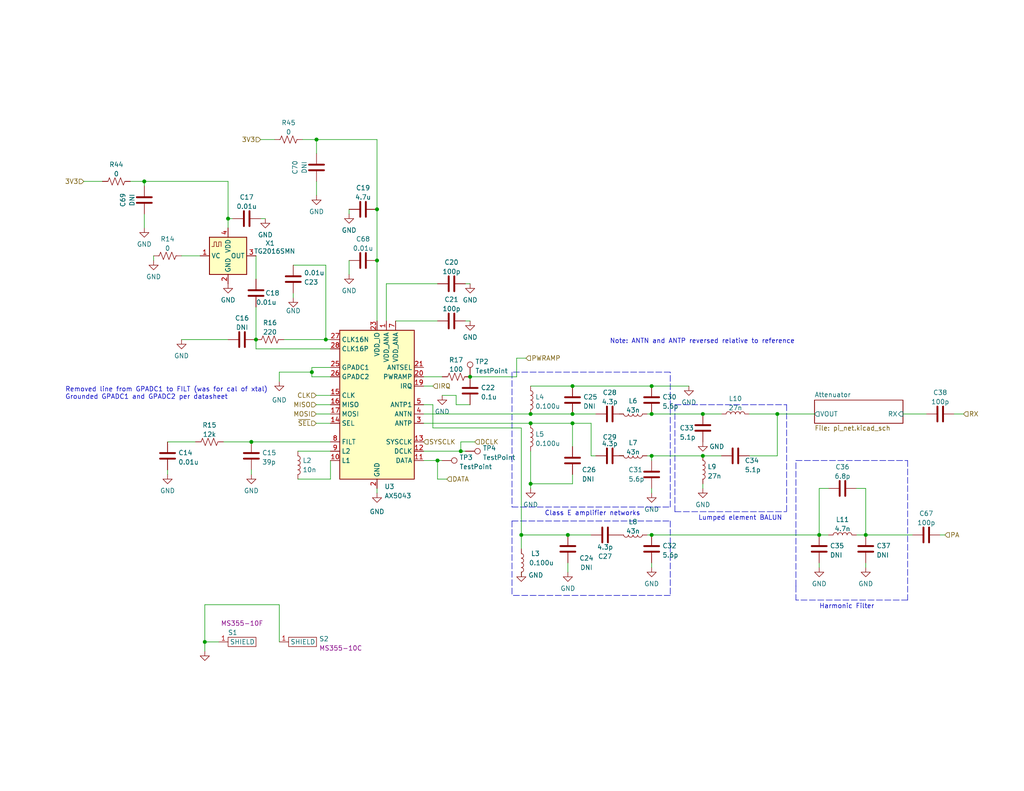
<source format=kicad_sch>
(kicad_sch (version 20231120) (generator "eeschema") (generator_version "8.0")
  (paper "USLetter")
  (title_block (title "Clone of AX5043 433 MHz Dev Board") (date "2022-06-20") (company "SilverSat Ltd.") (comment 1 "ToDo: Replace test points with header connections"))
  (junction (at 156.21 105.41))
  (junction (at 128.27 102.87))
  (junction (at 102.87 71.12))
  (junction (at 177.8 105.41))
  (junction (at 144.78 115.57))
  (junction (at 212.09 113.03))
  (junction (at 144.78 113.03))
  (junction (at 86.36 38.1))
  (junction (at 236.22 146.05))
  (junction (at 156.21 113.03))
  (junction (at 177.8 124.46))
  (junction (at 39.37 49.53))
  (junction (at 144.78 132.08))
  (junction (at 55.88 175.26))
  (junction (at 177.8 146.05))
  (junction (at 191.77 113.03))
  (junction (at 69.85 92.71))
  (junction (at 177.8 113.03))
  (junction (at 68.58 120.65))
  (junction (at 102.87 57.15))
  (junction (at 156.21 115.57))
  (junction (at 85.09 101.6))
  (junction (at 88.9 92.71))
  (junction (at 119.38 125.73))
  (junction (at 191.77 124.46))
  (junction (at 62.23 59.69))
  (junction (at 223.52 146.05))
  (junction (at 154.94 146.05))
  (junction (at 142.24 146.05))
  (junction (at 125.73 123.19))
  (wire (pts (xy 176.53 124.46) (xy 177.8 124.46)))
  (wire (pts (xy 49.53 69.85) (xy 54.61 69.85)))
  (wire (pts (xy 86.36 49.53) (xy 86.36 53.34)))
  (wire (pts (xy 80.01 81.28) (xy 80.01 80.01)))
  (wire (pts (xy 223.52 154.94) (xy 223.52 153.67)))
  (wire (pts (xy 191.77 113.03) (xy 196.85 113.03)))
  (polyline (pts (xy 214.63 110.49) (xy 214.63 139.7)) (stroke (width 0) (type dash)))
  (polyline (pts (xy 247.65 125.73) (xy 247.65 163.83)) (stroke (width 0) (type dash)))
  (wire (pts (xy 71.12 38.1) (xy 74.93 38.1)))
  (wire (pts (xy 144.78 113.03) (xy 156.21 113.03)))
  (wire (pts (xy 45.72 120.65) (xy 53.34 120.65)))
  (wire (pts (xy 90.17 130.81) (xy 81.28 130.81)))
  (wire (pts (xy 60.96 120.65) (xy 68.58 120.65)))
  (polyline (pts (xy 217.17 160.02) (xy 217.17 163.83)) (stroke (width 0) (type dash)))
  (wire (pts (xy 76.2 101.6) (xy 85.09 101.6)))
  (wire (pts (xy 236.22 146.05) (xy 236.22 133.35)))
  (polyline (pts (xy 182.88 162.56) (xy 139.7 162.56)) (stroke (width 0) (type dash)))
  (wire (pts (xy 154.94 146.05) (xy 142.24 146.05)))
  (wire (pts (xy 88.9 72.39) (xy 88.9 92.71)))
  (wire (pts (xy 177.8 125.73) (xy 177.8 124.46)))
  (polyline (pts (xy 182.88 138.43) (xy 182.88 101.6)) (stroke (width 0) (type dash)))
  (wire (pts (xy 176.53 146.05) (xy 177.8 146.05)))
  (wire (pts (xy 95.25 71.12) (xy 95.25 74.93)))
  (wire (pts (xy 204.47 113.03) (xy 212.09 113.03)))
  (wire (pts (xy 154.94 156.21) (xy 154.94 153.67)))
  (wire (pts (xy 118.11 116.84) (xy 142.24 116.84)))
  (wire (pts (xy 156.21 129.54) (xy 156.21 132.08)))
  (polyline (pts (xy 184.15 139.7) (xy 184.15 110.49)) (stroke (width 0) (type dash)))
  (wire (pts (xy 62.23 59.69) (xy 63.5 59.69)))
  (wire (pts (xy 22.86 49.53) (xy 27.94 49.53)))
  (wire (pts (xy 115.57 102.87) (xy 120.65 102.87)))
  (wire (pts (xy 177.8 113.03) (xy 191.77 113.03)))
  (wire (pts (xy 62.23 59.69) (xy 62.23 62.23)))
  (polyline (pts (xy 184.15 139.7) (xy 214.63 139.7)) (stroke (width 0) (type dash)))
  (wire (pts (xy 68.58 120.65) (xy 90.17 120.65)))
  (wire (pts (xy 161.29 115.57) (xy 161.29 124.46)))
  (wire (pts (xy 86.2886 115.57) (xy 90.17 115.57)))
  (wire (pts (xy 236.22 154.94) (xy 236.22 153.67)))
  (wire (pts (xy 128.27 110.49) (xy 124.46 110.49)))
  (wire (pts (xy 55.88 175.26) (xy 59.69 175.26)))
  (wire (pts (xy 115.57 113.03) (xy 144.78 113.03)))
  (wire (pts (xy 115.57 115.57) (xy 144.78 115.57)))
  (wire (pts (xy 86.36 38.1) (xy 86.36 41.91)))
  (wire (pts (xy 156.21 105.41) (xy 177.8 105.41)))
  (wire (pts (xy 86.2886 113.03) (xy 90.17 113.03)))
  (wire (pts (xy 55.88 165.1) (xy 55.88 175.26)))
  (wire (pts (xy 39.37 58.42) (xy 39.37 62.23)))
  (wire (pts (xy 177.8 146.05) (xy 223.52 146.05)))
  (wire (pts (xy 177.8 105.41) (xy 187.96 105.41)))
  (polyline (pts (xy 247.65 163.83) (xy 217.17 163.83)) (stroke (width 0) (type dash)))
  (wire (pts (xy 143.51 97.79) (xy 140.97 97.79)))
  (wire (pts (xy 144.78 105.41) (xy 156.21 105.41)))
  (wire (pts (xy 212.09 124.46) (xy 204.47 124.46)))
  (wire (pts (xy 102.87 38.1) (xy 86.36 38.1)))
  (wire (pts (xy 102.87 134.62) (xy 102.87 133.35)))
  (wire (pts (xy 144.78 132.08) (xy 144.78 133.35)))
  (wire (pts (xy 144.78 115.57) (xy 156.21 115.57)))
  (wire (pts (xy 142.24 156.21) (xy 142.24 157.48)))
  (wire (pts (xy 72.39 59.69) (xy 71.12 59.69)))
  (wire (pts (xy 80.01 72.39) (xy 88.9 72.39)))
  (wire (pts (xy 168.91 124.46) (xy 170.18 124.46)))
  (wire (pts (xy 102.87 38.1) (xy 102.87 57.15)))
  (polyline (pts (xy 139.7 138.43) (xy 182.88 138.43)) (stroke (width 0) (type dash)))
  (wire (pts (xy 124.46 110.49) (xy 124.46 107.95)))
  (wire (pts (xy 191.77 132.08) (xy 191.77 133.35)))
  (wire (pts (xy 77.47 92.71) (xy 88.9 92.71)))
  (wire (pts (xy 76.2 175.26) (xy 76.2 165.1)))
  (wire (pts (xy 121.92 130.81) (xy 119.38 130.81)))
  (wire (pts (xy 119.38 77.47) (xy 105.41 77.47)))
  (wire (pts (xy 102.87 71.12) (xy 102.87 87.63)))
  (wire (pts (xy 156.21 115.57) (xy 161.29 115.57)))
  (wire (pts (xy 85.09 101.6) (xy 85.09 102.87)))
  (wire (pts (xy 223.52 133.35) (xy 226.06 133.35)))
  (polyline (pts (xy 139.7 142.24) (xy 139.7 162.56)) (stroke (width 0) (type dash)))
  (wire (pts (xy 144.78 123.19) (xy 144.78 132.08)))
  (wire (pts (xy 107.95 87.63) (xy 119.38 87.63)))
  (polyline (pts (xy 217.17 160.02) (xy 217.17 125.73)) (stroke (width 0) (type dash)))
  (wire (pts (xy 246.38 113.03) (xy 252.73 113.03)))
  (wire (pts (xy 128.27 87.63) (xy 127 87.63)))
  (wire (pts (xy 142.24 116.84) (xy 142.24 146.05)))
  (wire (pts (xy 144.78 132.08) (xy 156.21 132.08)))
  (wire (pts (xy 95.25 58.42) (xy 95.25 57.15)))
  (wire (pts (xy 118.11 105.41) (xy 115.57 105.41)))
  (wire (pts (xy 226.06 146.05) (xy 223.52 146.05)))
  (wire (pts (xy 119.38 125.73) (xy 115.57 125.73)))
  (wire (pts (xy 76.2 104.14) (xy 76.2 101.6)))
  (wire (pts (xy 102.87 57.15) (xy 102.87 71.12)))
  (wire (pts (xy 177.8 134.62) (xy 177.8 133.35)))
  (wire (pts (xy 90.17 100.33) (xy 85.09 100.33)))
  (wire (pts (xy 69.85 95.25) (xy 90.17 95.25)))
  (wire (pts (xy 86.2886 110.49) (xy 90.17 110.49)))
  (wire (pts (xy 118.11 110.49) (xy 115.57 110.49)))
  (wire (pts (xy 142.24 149.86) (xy 142.24 146.05)))
  (wire (pts (xy 45.72 129.54) (xy 45.72 128.27)))
  (wire (pts (xy 120.65 125.73) (xy 119.38 125.73)))
  (wire (pts (xy 161.29 124.46) (xy 162.56 124.46)))
  (polyline (pts (xy 182.88 142.24) (xy 182.88 162.56)) (stroke (width 0) (type dash)))
  (wire (pts (xy 212.09 113.03) (xy 222.25 113.03)))
  (wire (pts (xy 212.09 113.03) (xy 212.09 124.46)))
  (wire (pts (xy 105.41 77.47) (xy 105.41 87.63)))
  (polyline (pts (xy 139.7 101.6) (xy 139.7 138.43)) (stroke (width 0) (type dash)))
  (wire (pts (xy 177.8 124.46) (xy 191.77 124.46)))
  (wire (pts (xy 88.9 92.71) (xy 90.17 92.71)))
  (wire (pts (xy 81.28 123.19) (xy 90.17 123.19)))
  (wire (pts (xy 118.11 116.84) (xy 118.11 110.49)))
  (wire (pts (xy 191.77 124.46) (xy 196.85 124.46)))
  (wire (pts (xy 140.97 102.87) (xy 128.27 102.87)))
  (wire (pts (xy 127 123.19) (xy 125.73 123.19)))
  (polyline (pts (xy 217.17 125.73) (xy 247.65 125.73)) (stroke (width 0) (type dash)))
  (wire (pts (xy 119.38 130.81) (xy 119.38 125.73)))
  (polyline (pts (xy 184.15 110.49) (xy 214.63 110.49)) (stroke (width 0) (type dash)))
  (wire (pts (xy 69.85 69.85) (xy 69.85 76.2)))
  (wire (pts (xy 62.23 49.53) (xy 62.23 59.69)))
  (wire (pts (xy 62.23 49.53) (xy 39.37 49.53)))
  (wire (pts (xy 41.91 71.12) (xy 41.91 69.85)))
  (wire (pts (xy 256.54 146.05) (xy 257.81 146.05)))
  (wire (pts (xy 129.54 120.65) (xy 125.73 120.65)))
  (wire (pts (xy 223.52 133.35) (xy 223.52 146.05)))
  (wire (pts (xy 39.37 50.8) (xy 39.37 49.53)))
  (wire (pts (xy 177.8 113.03) (xy 176.53 113.03)))
  (wire (pts (xy 156.21 113.03) (xy 162.56 113.03)))
  (wire (pts (xy 125.73 123.19) (xy 115.57 123.19)))
  (wire (pts (xy 236.22 146.05) (xy 233.68 146.05)))
  (wire (pts (xy 86.2886 107.95) (xy 90.17 107.95)))
  (wire (pts (xy 76.2 165.1) (xy 55.88 165.1)))
  (wire (pts (xy 85.09 102.87) (xy 90.17 102.87)))
  (wire (pts (xy 140.97 97.79) (xy 140.97 102.87)))
  (wire (pts (xy 49.53 92.71) (xy 62.23 92.71)))
  (wire (pts (xy 68.58 129.54) (xy 68.58 128.27)))
  (polyline (pts (xy 182.88 101.6) (xy 139.7 101.6)) (stroke (width 0) (type dash)))
  (wire (pts (xy 69.85 92.71) (xy 69.85 95.25)))
  (wire (pts (xy 156.21 121.92) (xy 156.21 115.57)))
  (wire (pts (xy 154.94 146.05) (xy 161.29 146.05)))
  (wire (pts (xy 177.8 154.94) (xy 177.8 153.67)))
  (wire (pts (xy 168.91 113.03) (xy 170.18 113.03)))
  (wire (pts (xy 125.73 120.65) (xy 125.73 123.19)))
  (wire (pts (xy 39.37 49.53) (xy 35.56 49.53)))
  (wire (pts (xy 90.17 125.73) (xy 90.17 130.81)))
  (wire (pts (xy 55.88 177.8) (xy 55.88 175.26)))
  (wire (pts (xy 260.35 113.03) (xy 262.89 113.03)))
  (wire (pts (xy 128.27 77.47) (xy 127 77.47)))
  (wire (pts (xy 236.22 133.35) (xy 233.68 133.35)))
  (wire (pts (xy 124.46 107.95) (xy 120.65 107.95)))
  (wire (pts (xy 236.22 146.05) (xy 248.92 146.05)))
  (polyline (pts (xy 139.7 142.24) (xy 182.88 142.24)) (stroke (width 0) (type dash)))
  (wire (pts (xy 85.09 100.33) (xy 85.09 101.6)))
  (wire (pts (xy 69.85 83.82) (xy 69.85 92.71)))
  (wire (pts (xy 86.36 38.1) (xy 82.55 38.1)))
  (text "Note: ANTN and ANTP reversed relative to reference\n" (at 166.37 93.98 0) (effects (font (size 1.27 1.27)) (justify left bottom)))
  (text "Removed line from GPADC1 to FILT (was for cal of xtal)\nGrounded GPADC1 and GPADC2 per datasheet" (at 17.78 109.22 0) (effects (font (size 1.27 1.27)) (justify left bottom)))
  (text "Harmonic Filter" (at 223.52 166.37 0) (effects (font (size 1.27 1.27)) (justify left bottom)))
  (text "Class E amplifier networks\n" (at 148.59 140.97 0) (effects (font (size 1.27 1.27)) (justify left bottom)))
  (text "Lumped element BALUN" (at 190.5 142.24 0) (effects (font (size 1.27 1.27)) (justify left bottom)))
  (hierarchical_label "CLK" (shape input) (at 86.2886 107.95 180))
  (hierarchical_label "3V3" (shape input) (at 71.12 38.1 180))
  (hierarchical_label "MOSI" (shape input) (at 86.2886 113.03 180))
  (hierarchical_label "IRQ" (shape input) (at 118.11 105.41 0))
  (hierarchical_label "MISO" (shape input) (at 86.2886 110.49 180))
  (hierarchical_label "DCLK" (shape input) (at 129.54 120.65 0))
  (hierarchical_label "PA" (shape input) (at 257.81 146.05 0))
  (hierarchical_label "3V3" (shape input) (at 22.86 49.53 180))
  (hierarchical_label "SYSCLK" (shape input) (at 115.57 120.65 0))
  (hierarchical_label "DATA" (shape input) (at 121.92 130.81 0))
  (hierarchical_label "RX" (shape input) (at 262.89 113.03 0))
  (hierarchical_label "PWRAMP" (shape input) (at 143.51 97.79 0))
  (hierarchical_label "~{SEL}" (shape input) (at 86.2886 115.57 180))
  (symbol (lib_id "Device:C") (at 236.22 149.86 0) (unit 1)
    (property "Reference" "C37" (at 239.141 149.0253 0) (effects (justify left)))
    (property "Value" "DNI" (at 239.141 151.5622 0) (effects (justify left)))
    (property "Footprint" "Capacitor_SMD:C_0402_1005Metric" (effects (hide yes)))
    (property "DNP" "DNP" (effects (hide yes)))
  )
  (symbol (lib_id "power:GND") (at 102.87 134.62 0) (unit 1)
    (property "Reference" "#PWR052" (effects (hide yes)))
    (property "Value" "GND" (at 102.87 139.7 0))
  )
  (symbol (lib_id "Device:C") (at 123.19 77.47 90) (unit 1)
    (property "Reference" "C20" (at 123.19 71.6112 90))
    (property "Value" "100p" (at 123.19 74.1481 90))
    (property "Footprint" "Capacitor_SMD:C_0603_1608Metric" (effects (hide yes)))
    (property "Datasheet" "${KIPRJMOD}/Datasheets/KyoceraAVX_AutoMLCC.pdf" (effects (hide yes)))
    (property "Description" "Multilayer Ceramic Capacitors MLCC - SMD/SMT 100V 100pF C0G 0603 1% AEC-Q200 (Mouser Product Page)" (effects (hide yes)))
    (property "Height" "0.9" (effects (hide yes)))
    (property "MPN" "06031A101F4T2A " (effects (hide yes)))
    (property "Manufacturer" "AVX" (effects (hide yes)))
    (property "Mouser Part Number" "581-06031A101F4T2A " (effects (hide yes)))
    (property "Mouser Price/Stock" "https://www.mouser.com/ProductDetail/Kyocera-AVX/06031A101F4T2A?qs=xLQ2B4dN2oYQ2lAiFQlq2w%3D%3D" (effects (hide yes)))
  )
  (symbol (lib_id "Device:C") (at 156.21 125.73 0) (unit 1)
    (property "Reference" "C26" (at 158.75 128.27 0) (effects (justify left)))
    (property "Value" "DNI" (at 158.75 130.81 0) (effects (justify left)))
    (property "Footprint" "Capacitor_SMD:C_0402_1005Metric" (effects (hide yes)))
    (property "DNP" "DNP" (effects (hide yes)))
  )
  (symbol (lib_id "Device:L") (at 229.87 146.05 90) (unit 1)
    (property "Reference" "L11" (at 229.87 141.8422 90))
    (property "Value" "4.7n" (at 229.87 144.3791 90))
    (property "Footprint" "Inductor_SMD:L_0402_1005Metric" (effects (hide yes)))
    (property "Datasheet" "${KIPRJMOD}/Datasheets/0402dc-1669948.pdf" (effects (hide yes)))
    (property "Description" "AEC-Q200 Ceramic Inductor, Unshielded" (effects (hide yes)))
    (property "Height" "0.65" (effects (hide yes)))
    (property "MPN" "0402DC-4N7XGRW" (effects (hide yes)))
    (property "Manufacturer" "Coilcraft" (effects (hide yes)))
    (property "Manufacturer_Part_Number" "0402DC-4N7XGRW" (effects (hide yes)))
    (property "Mouser Part Number" "994-0402DC-4N7XGRW" (effects (hide yes)))
    (property "Mouser Price/Stock" "https://www.mouser.com/ProductDetail/Coilcraft/0402DC-4N7XGRW?qs=wnTfsH77Xs66A3ZheOdpJw%3D%3D" (effects (hide yes)))
    (property "Part_Number" "0402DC-4N7XGRW" (effects (hide yes)))
    (property "Manufacturer_Name" "Coilcraft" (effects (hide yes)))
  )
  (symbol (lib_id "Device:C") (at 39.37 54.61 180) (unit 1)
    (property "Reference" "C69" (at 33.5112 54.61 90))
    (property "Value" "DNI" (at 36.0481 54.61 90))
    (property "Footprint" "Capacitor_SMD:C_0402_1005Metric" (effects (hide yes)))
    (property "DNP" "DNP" (effects (hide yes)))
  )
  (symbol (lib_id "Device:C") (at 165.1 146.05 90) (mirror x) (unit 1)
    (property "Reference" "C27" (at 165.1 151.9088 90))
    (property "Value" "4.3p" (at 165.1 149.3719 90))
    (property "Footprint" "Capacitor_SMD:C_0402_1005Metric" (effects (hide yes)))
    (property "Datasheet" "${KIPRJMOD}/Datasheets/KyoceraAVX_AutoMLCC.pdf" (effects (hide yes)))
    (property "Description" "0402 4.3pF MLCC" (effects (hide yes)))
    (property "Height" "0.6" (effects (hide yes)))
    (property "MPN" "GCM1555C1H4R3BA16D" (effects (hide yes)))
    (property "Manufacturer" "Murata" (effects (hide yes)))
    (property "Manufacturer_Name" "AVX" (effects (hide yes)))
    (property "Manufacturer_Part_Number" "04023A4R7B4T2A" (effects (hide yes)))
    (property "Mouser Part Number" "581-04023A4R7B4T2A" (effects (hide yes)))
    (property "Mouser Price/Stock" "https://www.mouser.com/c/?q=04023A4R7B4T2A" (effects (hide yes)))
    (property "Part_Number" "04023A4R7B4T2A" (effects (hide yes)))
  )
  (symbol (lib_id "Device:C") (at 166.37 113.03 90) (unit 1)
    (property "Reference" "C28" (at 166.37 107.1712 90))
    (property "Value" "4.3p" (at 166.37 109.7081 90))
    (property "Footprint" "Capacitor_SMD:C_0402_1005Metric" (effects (hide yes)))
    (property "Datasheet" "${KIPRJMOD}/Datasheets/KyoceraAVX_AutoMLCC.pdf" (effects (hide yes)))
    (property "Description" "0402 4.3pF MLCC" (effects (hide yes)))
    (property "Height" "0.6" (effects (hide yes)))
    (property "MPN" "GCM1555C1H4R3BA16D" (effects (hide yes)))
    (property "Manufacturer" "Murata" (effects (hide yes)))
    (property "Manufacturer_Name" "AVX" (effects (hide yes)))
    (property "Manufacturer_Part_Number" "04023A4R7B4T2A" (effects (hide yes)))
    (property "Mouser Part Number" "581-04023A4R7B4T2A" (effects (hide yes)))
    (property "Mouser Price/Stock" "https://www.mouser.com/c/?q=04023A4R7B4T2A" (effects (hide yes)))
    (property "Part_Number" "04023A4R7B4T2A" (effects (hide yes)))
  )
  (symbol (lib_id "Device:C") (at 99.06 57.15 90) (unit 1)
    (property "Reference" "C19" (at 99.06 51.2912 90))
    (property "Value" "4.7u" (at 99.06 53.8281 90))
    (property "Footprint" "Capacitor_SMD:C_1210_3225Metric" (effects (hide yes)))
    (property "Datasheet" "${KIPRJMOD}/Datasheets/KyoceraAVX_AutoMLCC.pdf" (effects (hide yes)))
    (property "Description" "1206 4.7uF MLCC" (effects (hide yes)))
    (property "Height" "1.78" (effects (hide yes)))
    (property "MPN" "GRT188C81C475KE13D" (effects (hide yes)))
    (property "Manufacturer" "Murata" (effects (hide yes)))
    (property "Manufacturer_Name" "AVX" (effects (hide yes)))
    (property "Manufacturer_Part_Number" "12065C475K4Z2A" (effects (hide yes)))
    (property "Mouser Part Number" "581-12065C475K4Z2A" (effects (hide yes)))
    (property "Mouser Price/Stock" "https://www.mouser.com/ProductDetail/Kyocera-AVX/12065C475K4Z2A?qs=AQlKX63v8RvvrmQFAjsYkg%3D%3D" (effects (hide yes)))
    (property "Part_Number" "12065C475K4Z2A" (effects (hide yes)))
  )
  (symbol (lib_id "power:GND") (at 95.25 58.42 0) (unit 1)
    (property "Reference" "#PWR051" (effects (hide yes)))
    (property "Value" "GND" (at 95.25 62.8634 0))
  )
  (symbol (lib_id "power:GND") (at 128.27 87.63 0) (unit 1)
    (property "Reference" "#PWR055" (effects (hide yes)))
    (property "Value" "GND" (at 128.27 92.0734 0))
  )
  (symbol (lib_id "Device:L") (at 144.78 109.22 0) (unit 1)
    (property "Reference" "L4" (at 146.05 108.3853 0) (effects (justify left)))
    (property "Value" "0.100u" (at 146.05 110.9222 0) (effects (justify left)))
    (property "Footprint" "Inductor_SMD:L_0402_1005Metric" (effects (hide yes)))
    (property "Datasheet" "${KIPRJMOD}/Datasheets/0402dc-1669948.pdf" (effects (hide yes)))
    (property "Description" "AEC-Q200 Ceramic Inductor, Unshielded" (effects (hide yes)))
    (property "Manufacturer" "Coilcraft" (effects (hide yes)))
    (property "Height" "0.65" (effects (hide yes)))
    (property "MPN" "0402DC-R10XJRW" (effects (hide yes)))
    (property "Manufacturer_Part_Number" "0402DC-R10XJRW" (effects (hide yes)))
    (property "Mouser Part Number" "994-0402DC-R10XJRW" (effects (hide yes)))
    (property "Mouser Price/Stock" "https://www.mouser.com/ProductDetail/Coilcraft/0402DC-R10XJRW?qs=wnTfsH77Xs6mHLPbAeR6mA%3D%3D" (effects (hide yes)))
    (property "Part_Number" "0402DC-R10XJRW" (effects (hide yes)))
    (property "Manufacturer_Name" "Coilcraft" (effects (hide yes)))
  )
  (symbol (lib_id "Device:C") (at 154.94 149.86 0) (mirror x) (unit 1)
    (property "Reference" "C24" (at 160.02 152.4 0))
    (property "Value" "DNI" (at 160.02 154.94 0))
    (property "Footprint" "Capacitor_SMD:C_0402_1005Metric" (effects (hide yes)))
    (property "DNP" "DNP" (effects (hide yes)))
  )
  (symbol (lib_id "power:GND") (at 95.25 74.93 0) (unit 1)
    (property "Reference" "#PWR026" (effects (hide yes)))
    (property "Value" "GND" (at 95.25 79.3734 0))
  )
  (symbol (lib_id "power:GND") (at 86.36 53.34 0) (unit 1)
    (property "Reference" "#PWR087" (effects (hide yes)))
    (property "Value" "GND" (at 86.36 57.7834 0))
  )
  (symbol (lib_id "Device:C") (at 256.54 113.03 90) (unit 1)
    (property "Reference" "C38" (at 256.54 107.1712 90))
    (property "Value" "100p" (at 256.54 109.7081 90))
    (property "Footprint" "Capacitor_SMD:C_0402_1005Metric" (effects (hide yes)))
    (property "Datasheet" "${KIPRJMOD}/Datasheets/KyoceraAVX_AutoMLCC.pdf" (effects (hide yes)))
    (property "Description" "0402 100pF MLCC" (effects (hide yes)))
    (property "Height" "0.59" (effects (hide yes)))
    (property "MPN" "GCM1555C1H101FA16J" (effects (hide yes)))
    (property "Manufacturer" "Murata" (effects (hide yes)))
    (property "Mouser Part Number" "581-04025A101K4T2A " (effects (hide yes)))
    (property "Mouser Price/Stock" "https://www.mouser.com/ProductDetail/Kyocera-AVX/04025A101K4T2A?qs=ljCeji4nMDk15kPHO8PnaQ%3D%3D" (effects (hide yes)))
  )
  (symbol (lib_id "power:GND") (at 128.27 77.47 0) (unit 1)
    (property "Reference" "#PWR054" (effects (hide yes)))
    (property "Value" "GND" (at 128.27 81.9134 0))
  )
  (symbol (lib_id "Device:C") (at 67.31 59.69 90) (unit 1)
    (property "Reference" "C17" (at 67.31 53.8312 90))
    (property "Value" "0.01u" (at 67.31 56.3681 90))
    (property "Footprint" "Capacitor_SMD:C_0603_1608Metric" (effects (hide yes)))
    (property "Datasheet" "https://spicat.kyocera-avx.com/product/mlcc/chartview/06033C103J4Z2A/DataSheet/X7R" (effects (hide yes)))
    (property "Description" "1×10¹nF (0.01µF) ±5% X7R 25V C" (effects (hide yes)))
    (property "Height" "0.9" (effects (hide yes)))
    (property "Manufacturer" "AVX" (effects (hide yes)))
    (property "Manufacturer_Name" "AVX" (effects (hide yes)))
    (property "Manufacturer_Part_Number" "06033C103J4Z2A" (effects (hide yes)))
    (property "Mouser Part Number" "581-06033C103J4Z2A" (effects (hide yes)))
    (property "Mouser Price/Stock" "https://www.mouser.com/ProductDetail/Kyocera-AVX/06033C103J4Z2A?qs=XLNwXgtzMM8W%2F92Bo5r3rg%3D%3D" (effects (hide yes)))
    (property "Part_Number" "06033C103J4Z2A" (effects (hide yes)))
    (property "MPN" "06033C103J4Z2A" (effects (hide yes)))
  )
  (symbol (lib_id "Device:C") (at 128.27 106.68 0) (unit 1)
    (property "Reference" "C22" (at 131.191 105.8453 0) (effects (justify left)))
    (property "Value" "0.1u" (at 131.191 108.3822 0) (effects (justify left)))
    (property "Footprint" "Capacitor_SMD:C_0603_1608Metric" (effects (hide yes)))
    (property "Datasheet" "${KIPRJMOD}/Datasheets/KyoceraAVX_AutoMLCC.pdf" (effects (hide yes)))
    (property "MPN" "06031C104K4Z2A" (effects (hide yes)))
    (property "Manufacturer" "AVX" (effects (hide yes)))
  )
  (symbol (lib_id "power:GND") (at 177.8 134.62 0) (unit 1)
    (property "Reference" "#PWR060" (effects (hide yes)))
    (property "Value" "GND" (at 177.8 139.0634 0))
  )
  (symbol (lib_id "Device:C") (at 66.04 92.71 90) (unit 1)
    (property "Reference" "C16" (at 66.04 86.8512 90))
    (property "Value" "DNI" (at 66.04 89.3881 90))
    (property "Footprint" "Capacitor_SMD:C_0402_1005Metric" (effects (hide yes)))
    (property "DNP" "DNP" (effects (hide yes)))
  )
  (symbol (lib_id "power:GND") (at 154.94 156.21 0) (mirror y) (unit 1)
    (property "Reference" "#PWR059" (effects (hide yes)))
    (property "Value" "GND" (at 154.94 160.6534 0))
  )
  (symbol (lib_id "Device:R_US") (at 78.74 38.1 90) (unit 1)
    (property "Reference" "R45" (at 78.74 33.5112 90))
    (property "Value" "0" (at 78.74 36.0481 90))
    (property "Footprint" "Resistor_SMD:R_0402_1005Metric" (effects (hide yes)))
    (property "Datasheet" "ERJ-H2G0R00X" (effects (hide yes)))
    (property "Description" "“Thick Film Resistors - SMD 0402 0Ohm AEC-Q200” (Mouser Electronics “ERJ-H2G0R00X”. 2022. https://www.mouser.com/ProductDetail/Panasonic/ERJ-H2G0R00X?qs=eP2BKZSCXI6wQjFmf3rUSA%3D%3D. Accessed 20 June 2022)" (effects (hide yes)))
    (property "Manufacturer" "Panasonic" (effects (hide yes)))
    (property "Manufacturer_Name" "Panasonic" (effects (hide yes)))
    (property "Height" "0.35" (effects (hide yes)))
    (property "MPN" "ERJ-2GE0R00X" (effects (hide yes)))
    (property "Mouser Part Number" "667-ERJ-H2G0R00X" (effects (hide yes)))
    (property "Mouser Price/Stock" "https://www.mouser.com/ProductDetail/Panasonic/ERJ-H2G0R00X?qs=eP2BKZSCXI6wQjFmf3rUSA%3D%3D" (effects (hide yes)))
  )
  (symbol (lib_id "power:GND") (at 76.2 104.14 0) (unit 1)
    (property "Reference" "#PWR049" (effects (hide yes)))
    (property "Value" "GND" (at 76.2 109.22 0))
  )
  (symbol (lib_id "Device:L") (at 200.66 113.03 90) (unit 1)
    (property "Reference" "L10" (at 200.66 108.8222 90))
    (property "Value" "27n" (at 200.66 111.3591 90))
    (property "Footprint" "Inductor_SMD:L_0402_1005Metric" (effects (hide yes)))
    (property "Datasheet" "${KIPRJMOD}/Datasheets/0402dc-1669948.pdf" (effects (hide yes)))
    (property "Description" "AEC-Q200 Ceramic Inductor, Unshielded" (effects (hide yes)))
    (property "Manufacturer" "Coilcraft" (effects (hide yes)))
    (property "Height" "0.65" (effects (hide yes)))
    (property "MPN" "0402DC-27NXGRW" (effects (hide yes)))
    (property "Manufacturer_Part_Number" "0402DC-27NXGRW" (effects (hide yes)))
    (property "Mouser Part Number" "994-0402DC-27NXGRW" (effects (hide yes)))
    (property "Mouser Price/Stock" "https://www.mouser.com/ProductDetail/Coilcraft/0402DC-27NXGRW?qs=wnTfsH77Xs5T9zdEtpuFtQ%3D%3D" (effects (hide yes)))
    (property "Part_Number" "0402DC-27NXGRW" (effects (hide yes)))
    (property "Manufacturer_Name" "Coilcraft" (effects (hide yes)))
  )
  (symbol (lib_id "Device:C") (at 177.8 129.54 0) (unit 1)
    (property "Reference" "C31" (at 171.45 128.2731 0) (effects (justify left)))
    (property "Value" "5.6p" (at 171.45 130.81 0) (effects (justify left)))
    (property "Footprint" "Capacitor_SMD:C_0402_1005Metric" (effects (hide yes)))
    (property "Datasheet" "https://www.mouser.com/datasheet/2/40/AutoU_Series-777072.pdf" (effects (hide yes)))
    (property "Description" "0402 5.6pF MLCC" (effects (hide yes)))
    (property "Height" "0.6" (effects (hide yes)))
    (property "MPN" "04025U5R6B4T2A" (effects (hide yes)))
    (property "Manufacturer" "AVX" (effects (hide yes)))
    (property "Manufacturer_Name" "AVX" (effects (hide yes)))
    (property "Manufacturer_Part_Number" "04025U5R6B4T2A" (effects (hide yes)))
    (property "Mouser Part Number" "581-04025U5R6B4T2A" (effects (hide yes)))
    (property "Mouser Price/Stock" "https://www.mouser.com/ProductDetail/Kyocera-AVX/04025U5R6B4T2A?qs=FWJVCb1SvGPWkU%252BzPw1lTA%3D%3D" (effects (hide yes)))
    (property "Part_Number" "04025U5R6B4T2A" (effects (hide yes)))
  )
  (symbol (lib_id "SilverSat_symbols:TG2016SMN") (at 62.23 69.85 0) (unit 1)
    (property "Reference" "X1" (at 73.6849 66.3916 0))
    (property "Value" "TG2016SMN" (at 74.93 68.58 0))
    (property "Footprint" "Crystal:Crystal_SMD_2016-4Pin_2.0x1.6mm" (effects (hide yes)))
    (property "Datasheet" "${KIPRJMOD}/Datasheets/TG2016SMN_en-2584166.pdf" (effects (hide yes)))
    (property "Description" "48 MHz Automotive Rated TCXO" (effects (hide yes)))
    (property "Height" "0.73" (effects (hide yes)))
    (property "MPN" "TG2016SMN 48.0000M-ECGNNM0" (effects (hide yes)))
    (property "Manufacturer" "Seiko Epson Corporation" (effects (hide yes)))
    (property "Manufacturer_Name" "Seiko Epson Corporation" (effects (hide yes)))
    (property "Manufacturer_Part_Number" "TG2016SMN 48.0000M-ECGNNM0" (effects (hide yes)))
    (property "Mouser_Part_Number" "732-2016SMN48ECGNNM0" (effects (hide yes)))
    (property "Mouser Price/Stock" "https://www.mouser.com/ProductDetail/Epson-Timing/TG2016SMN-48.0000M-ECGNNM0?qs=4qgZ1GHix0VObPtGKCgbDg%3D%3D" (effects (hide yes)))
    (property "Part_Number" "TG2016SMN" (effects (hide yes)))
  )
  (symbol (lib_id "power:GND") (at 39.37 62.23 0) (unit 1)
    (property "Reference" "#PWR039" (effects (hide yes)))
    (property "Value" "GND" (at 39.37 66.6734 0))
  )
  (symbol (lib_id "Device:C") (at 99.06 71.12 90) (unit 1)
    (property "Reference" "C68" (at 99.06 65.2612 90))
    (property "Value" "0.01u" (at 99.06 67.7981 90))
    (property "Footprint" "Capacitor_SMD:C_0603_1608Metric" (effects (hide yes)))
    (property "Datasheet" "https://spicat.kyocera-avx.com/product/mlcc/chartview/06033C103J4Z2A/DataSheet/X7R" (effects (hide yes)))
    (property "Description" "1×10¹nF (0.01µF) ±5% X7R 25V C" (effects (hide yes)))
    (property "Height" "0.9" (effects (hide yes)))
    (property "Manufacturer" "AVX" (effects (hide yes)))
    (property "Manufacturer_Name" "AVX" (effects (hide yes)))
    (property "Manufacturer_Part_Number" "06033C103J4Z2A" (effects (hide yes)))
    (property "Mouser Part Number" "581-06033C103J4Z2A" (effects (hide yes)))
    (property "Mouser Price/Stock" "https://www.mouser.com/ProductDetail/Kyocera-AVX/06033C103J4Z2A?qs=XLNwXgtzMM8W%2F92Bo5r3rg%3D%3D" (effects (hide yes)))
    (property "Part_Number" "06033C103J4Z2A" (effects (hide yes)))
    (property "MPN" "06033C103J4Z2A" (effects (hide yes)))
  )
  (symbol (lib_id "power:GND") (at 120.65 107.95 0) (unit 1)
    (property "Reference" "#PWR053" (effects (hide yes)))
    (property "Value" "GND" (at 120.65 112.3934 0))
  )
  (symbol (lib_id "Connector:TestPoint") (at 128.27 102.87 0) (unit 1) (in_bom no)
    (property "Reference" "TP2" (at 129.667 98.7333 0) (effects (justify left)))
    (property "Value" "TestPoint" (at 129.667 101.2702 0) (effects (justify left)))
    (property "Footprint" "TestPoint:TestPoint_Pad_D1.0mm" (effects (hide yes)))
    (property "DNP" "DNP" (effects (hide yes)))
  )
  (symbol (lib_id "Connector:TestPoint") (at 127 123.19 270) (unit 1) (in_bom no)
    (property "Reference" "TP4" (at 131.699 122.3553 90) (effects (justify left)))
    (property "Value" "TestPoint" (at 131.699 124.8922 90) (effects (justify left)))
    (property "Footprint" "TestPoint:TestPoint_Pad_D1.0mm" (effects (hide yes)))
    (property "DNP" "DNP" (effects (hide yes)))
  )
  (symbol (lib_id "power:GND") (at 187.96 105.41 0) (mirror y) (unit 1)
    (property "Reference" "#PWR062" (effects (hide yes)))
    (property "Value" "GND" (at 187.96 109.8534 0))
  )
  (symbol (lib_id "Silversat:MS353-10C_Masach_Shield") (at 59.69 175.26 0) (unit 1)
    (property "Reference" "S1" (at 63.5 172.72 0))
    (property "Value" "MS353-10C_Masach_Shield" (effects (hide yes)))
    (property "Datasheet" "https://www.masach.com/media/catalog/product/file/MS355-10.pdf" (effects (hide yes)))
    (property "MPN" "MS355-10F" (at 66.04 170.18 0))
    (property "Manufacturer" "Masach" (effects (hide yes)))
  )
  (symbol (lib_id "power:GND") (at 41.91 71.12 0) (unit 1)
    (property "Reference" "#PWR045" (effects (hide yes)))
    (property "Value" "GND" (at 41.91 75.5634 0))
  )
  (symbol (lib_id "Device:C") (at 191.77 116.84 0) (unit 1)
    (property "Reference" "C33" (at 185.42 116.8431 0) (effects (justify left)))
    (property "Value" "5.1p" (at 185.42 119.38 0) (effects (justify left)))
    (property "Footprint" "Capacitor_SMD:C_0402_1005Metric" (effects (hide yes)))
    (property "Datasheet" "https://www.mouser.com/datasheet/2/281/GCQ1555C1H5R1WB01_01-1969870.pdf" (effects (hide yes)))
    (property "Description" "0402 5.1pF MLCC" (effects (hide yes)))
    (property "Height" "0.5" (effects (hide yes)))
    (property "MPN" "GCQ1555C1H5R1WB01D" (effects (hide yes)))
    (property "Manufacturer" "Murata" (effects (hide yes)))
    (property "Manufacturer_Name" "Murata" (effects (hide yes)))
    (property "Manufacturer_Part_Number" "GCQ1555C1H5R1WB01D" (effects (hide yes)))
    (property "Mouser Part Number" "81-GCQ1555C1H5R1WB01D" (effects (hide yes)))
    (property "Mouser Price/Stock" "https://www.mouser.com/ProductDetail/Murata-Electronics/GCQ1555C1H5R1WB01D?qs=sGAEpiMZZMvsSlwiRhF8qtsBU8Zhqm2Rh20zBV%252Bxh0YeCG7clqrA%252BQ%3D%3D" (effects (hide yes)))
    (property "Part_Number" "GCQ1555C1H5R1WB01D" (effects (hide yes)))
  )
  (symbol (lib_id "Device:C") (at 156.21 109.22 0) (unit 1)
    (property "Reference" "C25" (at 159.131 108.3853 0) (effects (justify left)))
    (property "Value" "DNI" (at 159.131 110.9222 0) (effects (justify left)))
    (property "Footprint" "Capacitor_SMD:C_0402_1005Metric" (effects (hide yes)))
    (property "DNP" "DNP" (effects (hide yes)))
  )
  (symbol (lib_id "power:GND") (at 142.24 156.21 0) (mirror y) (unit 1)
    (property "Reference" "#PWR057" (effects (hide yes)))
    (property "Value" "GND" (at 144.145 157.0462 0) (effects (justify right)))
  )
  (symbol (lib_id "power:GND") (at 55.88 177.8 0) (unit 1)
    (property "Reference" "#PWR0112" (effects (hide yes)))
    (property "Value" "GND" (effects (hide yes)))
  )
  (symbol (lib_id "power:GND") (at 191.77 120.65 0) (mirror y) (unit 1)
    (property "Reference" "#PWR063" (effects (hide yes)))
    (property "Value" "GND" (at 195.58 121.92 0))
  )
  (symbol (lib_id "Device:L") (at 172.72 124.46 90) (mirror x) (unit 1)
    (property "Reference" "L7" (at 172.72 120.8872 90))
    (property "Value" "43n" (at 172.72 123.4241 90))
    (property "Footprint" "Inductor_SMD:L_0402_1005Metric" (effects (hide yes)))
    (property "Datasheet" "${KIPRJMOD}/Datasheets/0402dc-1669948.pdf" (effects (hide yes)))
    (property "Description" "AEC-Q200 Ceramic Inductor, Unshielded" (effects (hide yes)))
    (property "Height" "0.65" (effects (hide yes)))
    (property "MPN" "0402DC-43NXGRW" (effects (hide yes)))
    (property "Manufacturer" "Coilcraft" (effects (hide yes)))
    (property "Manufacturer_Part_Number" "0402DC-43NXGRW" (effects (hide yes)))
    (property "Mouser Part Number" "994-0402DC-43NXGRW" (effects (hide yes)))
    (property "Mouser Price/Stock" "https://www.mouser.com/ProductDetail/Coilcraft/0402DC-43NXGRW?qs=wnTfsH77Xs7M75vWDYiAOQ%3D%3D" (effects (hide yes)))
    (property "Part_Number" "0402DC-43NXGRW" (effects (hide yes)))
    (property "Manufacturer_Name" "Coilcraft" (effects (hide yes)))
  )
  (symbol (lib_id "Device:C") (at 86.36 45.72 180) (unit 1)
    (property "Reference" "C70" (at 80.5012 45.72 90))
    (property "Value" "DNI" (at 83.0381 45.72 90))
    (property "Footprint" "Capacitor_SMD:C_0402_1005Metric" (effects (hide yes)))
    (property "DNP" "DNP" (effects (hide yes)))
  )
  (symbol (lib_id "power:GND") (at 80.01 81.28 0) (mirror y) (unit 1)
    (property "Reference" "#PWR056" (effects (hide yes)))
    (property "Value" "GND" (at 80.01 84.8558 0))
  )
  (symbol (lib_id "Device:R_US") (at 124.46 102.87 90) (unit 1)
    (property "Reference" "R17" (at 124.46 98.2812 90))
    (property "Value" "100" (at 124.46 100.8181 90))
    (property "Footprint" "Resistor_SMD:R_0603_1608Metric" (effects (hide yes)))
    (property "Datasheet" "https://industrial.panasonic.com/cdbs/www-data/pdf/RDA0000/AOA0000C304.pdf" (effects (hide yes)))
    (property "Description" "100Ω 0603 AEC Resistor" (effects (hide yes)))
    (property "Manufacturer" "Panasonic" (effects (hide yes)))
    (property "MPN" "ERJ-3RBD101V" (effects (hide yes)))
    (property "Manufacturer_Part_Number" "ERJ-H3ED1000V" (effects (hide yes)))
    (property "Mouser Part Number" "667-ERJ-H3ED1000V" (effects (hide yes)))
    (property "Mouser Price/Stock" "https://www.mouser.com/ProductDetail/Panasonic/ERJ-H3ED1000V?qs=eP2BKZSCXI5T0uC4b1bbuA%3D%3D" (effects (hide yes)))
    (property "Part_Number" "ERJ-H3ED1000V" (effects (hide yes)))
    (property "Height" "0.45" (effects (hide yes)))
    (property "Manufacturer_Name" "Panasonic" (effects (hide yes)))
  )
  (symbol (lib_id "power:GND") (at 191.77 133.35 0) (mirror y) (unit 1)
    (property "Reference" "#PWR064" (effects (hide yes)))
    (property "Value" "GND" (at 191.77 137.7934 0))
  )
  (symbol (lib_id "Device:R_US") (at 31.75 49.53 90) (unit 1)
    (property "Reference" "R44" (at 31.75 44.9412 90))
    (property "Value" "0" (at 31.75 47.4781 90))
    (property "Footprint" "Resistor_SMD:R_0402_1005Metric" (effects (hide yes)))
    (property "Datasheet" "ERJ-H2G0R00X" (effects (hide yes)))
    (property "Description" "“Thick Film Resistors - SMD 0402 0Ohm AEC-Q200” (Mouser Electronics “ERJ-H2G0R00X”. 2022. https://www.mouser.com/ProductDetail/Panasonic/ERJ-H2G0R00X?qs=eP2BKZSCXI6wQjFmf3rUSA%3D%3D. Accessed 20 June 2022)" (effects (hide yes)))
    (property "Manufacturer" "Panasonic" (effects (hide yes)))
    (property "Manufacturer_Name" "Panasonic" (effects (hide yes)))
    (property "Height" "0.35" (effects (hide yes)))
    (property "MPN" "ERJ-2GE0R00X" (effects (hide yes)))
    (property "Mouser Part Number" "667-ERJ-H2G0R00X" (effects (hide yes)))
    (property "Mouser Price/Stock" "https://www.mouser.com/ProductDetail/Panasonic/ERJ-H2G0R00X?qs=eP2BKZSCXI6wQjFmf3rUSA%3D%3D" (effects (hide yes)))
  )
  (symbol (lib_id "Device:C") (at 123.19 87.63 90) (unit 1)
    (property "Reference" "C21" (at 123.19 81.7712 90))
    (property "Value" "100p" (at 123.19 84.3081 90))
    (property "Footprint" "Capacitor_SMD:C_0603_1608Metric" (effects (hide yes)))
    (property "Datasheet" "${KIPRJMOD}/Datasheets/KyoceraAVX_AutoMLCC.pdf" (effects (hide yes)))
    (property "Description" "Multilayer Ceramic Capacitors MLCC - SMD/SMT 100V 100pF C0G 0603 1% AEC-Q200 (Mouser Product Page)" (effects (hide yes)))
    (property "Height" "0.9" (effects (hide yes)))
    (property "MPN" "06031A101F4T2A " (effects (hide yes)))
    (property "Manufacturer" "AVX" (effects (hide yes)))
    (property "Manufacturer_Name" "AVX" (effects (hide yes)))
    (property "Manufacturer_Part_Number" "06031A101F4T2A" (effects (hide yes)))
    (property "Mouser Part Number" "581-06031A101F4T2A " (effects (hide yes)))
    (property "Mouser Price/Stock" "https://www.mouser.com/ProductDetail/Kyocera-AVX/06031A101F4T2A?qs=xLQ2B4dN2oYQ2lAiFQlq2w%3D%3D" (effects (hide yes)))
    (property "Part_Number" "06031A101F4T2A" (effects (hide yes)))
  )
  (symbol (lib_id "Device:L") (at 144.78 119.38 0) (unit 1)
    (property "Reference" "L5" (at 146.05 118.5453 0) (effects (justify left)))
    (property "Value" "0.100u" (at 146.05 121.0822 0) (effects (justify left)))
    (property "Footprint" "Inductor_SMD:L_0402_1005Metric" (effects (hide yes)))
    (property "Datasheet" "${KIPRJMOD}/Datasheets/0402dc-1669948.pdf" (effects (hide yes)))
    (property "Description" "AEC-Q200 Ceramic Inductor, Unshielded" (effects (hide yes)))
    (property "Manufacturer" "Coilcraft" (effects (hide yes)))
    (property "Height" "0.65" (effects (hide yes)))
    (property "MPN" "0402DC-R10XJRW" (effects (hide yes)))
    (property "Manufacturer_Part_Number" "0402DC-R10XJRW" (effects (hide yes)))
    (property "Mouser Part Number" "994-0402DC-R10XJRW" (effects (hide yes)))
    (property "Mouser Price/Stock" "https://www.mouser.com/ProductDetail/Coilcraft/0402DC-R10XJRW?qs=wnTfsH77Xs6mHLPbAeR6mA%3D%3D" (effects (hide yes)))
    (property "Part_Number" "0402DC-R10XJRW" (effects (hide yes)))
    (property "Manufacturer_Name" "Coilcraft" (effects (hide yes)))
  )
  (symbol (lib_id "power:GND") (at 144.78 133.35 0) (unit 1)
    (property "Reference" "#PWR058" (effects (hide yes)))
    (property "Value" "GND" (at 144.78 137.7934 0))
  )
  (symbol (lib_id "Device:C") (at 68.58 124.46 0) (unit 1)
    (property "Reference" "C15" (at 71.501 123.6253 0) (effects (justify left)))
    (property "Value" "39p" (at 71.501 126.1622 0) (effects (justify left)))
    (property "Footprint" "Capacitor_SMD:C_0603_1608Metric" (effects (hide yes)))
    (property "Datasheet" "${KIPRJMOD}/Datasheets/KyoceraAVX_AutoMLCC.pdf" (effects (hide yes)))
    (property "Description" "0.5pF±5% MLCC C0G 50V" (effects (hide yes)))
    (property "Height" "0.9" (effects (hide yes)))
    (property "MPN" "06035A390J4T2A" (effects (hide yes)))
    (property "Manufacturer" "AVX" (effects (hide yes)))
    (property "Manufacturer_Name" "AVX" (effects (hide yes)))
    (property "Manufacturer_Part_Number" "06035A390J4T2A" (effects (hide yes)))
    (property "Mouser Part Number" "581-06035A390J4T2A" (effects (hide yes)))
    (property "Mouser Price/Stock" "https://www.mouser.com/ProductDetail/Kyocera-AVX/06035A390J4T2A?qs=Q0wCMCRSJ1tE5NmRvt3L5Q%3D%3D" (effects (hide yes)))
    (property "Part_Number" "06035A390J4T2A" (effects (hide yes)))
  )
  (symbol (lib_id "Device:L") (at 81.28 127 0) (unit 1)
    (property "Reference" "L2" (at 82.55 125.7299 0) (effects (justify left)))
    (property "Value" "10n" (at 82.55 128.2699 0) (effects (justify left)))
    (property "Footprint" "Inductor_SMD:L_0603_1608Metric" (effects (hide yes)))
    (property "Datasheet" "${KIPRJMOD}/Datasheets/0603dc-1947971.pdf" (effects (hide yes)))
    (property "Description" "AEC-Q200 Ceramic Inductor, Unshielded" (effects (hide yes)))
    (property "Height" "0.89" (effects (hide yes)))
    (property "MPN" "0603DC-10NXJRW" (effects (hide yes)))
    (property "Manufacturer" "Coilcraft" (effects (hide yes)))
    (property "Manufacturer_Part_Number" "0603DC-10NXJRW" (effects (hide yes)))
    (property "Mouser Part Number" "994-0603DC-10NXJRW" (effects (hide yes)))
    (property "Mouser Price/Stock" "https://www.mouser.com/ProductDetail/Coilcraft/0603DC-10NXJRW?qs=KUoIvG%2F9Ilab%2FFG3BHYfNQ%3D%3D" (effects (hide yes)))
    (property "Part_Number" "0603DC-10NXJRW" (effects (hide yes)))
    (property "Manufacturer_Name" "Coilcraft" (effects (hide yes)))
  )
  (symbol (lib_id "power:GND") (at 62.23 77.47 0) (unit 1)
    (property "Reference" "#PWR048" (effects (hide yes)))
    (property "Value" "GND" (at 62.23 81.9134 0))
  )
  (symbol (lib_id "Device:R_US") (at 57.15 120.65 90) (unit 1)
    (property "Reference" "R15" (at 57.15 116.0612 90))
    (property "Value" "12k" (at 57.15 118.5981 90))
    (property "Footprint" "Resistor_SMD:R_0603_1608Metric" (effects (hide yes)))
    (property "Datasheet" "https://industrial.panasonic.com/cdbs/www-data/pdf/RDA0000/AOA0000C304.pdf" (effects (hide yes)))
    (property "Description" "12KΩ 0603 AEC Resistor" (effects (hide yes)))
    (property "Manufacturer" "Panasonic" (effects (hide yes)))
    (property "Height" "0.45" (effects (hide yes)))
    (property "MPN" "ERJ-3RBD123V" (effects (hide yes)))
    (property "Manufacturer_Part_Number" "ERJ-PB3B1202V " (effects (hide yes)))
    (property "Mouser Part Number" "667-ERJ-PB3B1202V " (effects (hide yes)))
    (property "Mouser Price/Stock" "https://www.mouser.com/ProductDetail/Panasonic/ERJ-PB3B1202V?qs=RYIBGgAklzJNGdI2mgDX0g%3D%3D" (effects (hide yes)))
    (property "Part_Number" "ERJ-PB3B1202V " (effects (hide yes)))
    (property "Manufacturer_Name" "Panasonic" (effects (hide yes)))
  )
  (symbol (lib_id "Device:L") (at 191.77 128.27 0) (unit 1)
    (property "Reference" "L9" (at 193.04 127.4353 0) (effects (justify left)))
    (property "Value" "27n" (at 193.04 129.9722 0) (effects (justify left)))
    (property "Footprint" "Inductor_SMD:L_0402_1005Metric" (effects (hide yes)))
    (property "Datasheet" "${KIPRJMOD}/Datasheets/0402dc-1669948.pdf" (effects (hide yes)))
    (property "Description" "AEC-Q200 Ceramic Inductor, Unshielded" (effects (hide yes)))
    (property "Manufacturer" "Coilcraft" (effects (hide yes)))
    (property "Height" "0.65" (effects (hide yes)))
    (property "MPN" "0402DC-27NXGRW" (effects (hide yes)))
    (property "Manufacturer_Part_Number" "0402DC-27NXGRW" (effects (hide yes)))
    (property "Mouser Part Number" "994-0402DC-27NXGRW" (effects (hide yes)))
    (property "Mouser Price/Stock" "https://www.mouser.com/ProductDetail/Coilcraft/0402DC-27NXGRW?qs=wnTfsH77Xs5T9zdEtpuFtQ%3D%3D" (effects (hide yes)))
    (property "Part_Number" "0402DC-27NXGRW" (effects (hide yes)))
    (property "Manufacturer_Name" "Coilcraft" (effects (hide yes)))
  )
  (symbol (lib_id "Device:C") (at 80.01 76.2 0) (mirror x) (unit 1)
    (property "Reference" "C23" (at 82.931 77.0347 0) (effects (justify left)))
    (property "Value" "0.01u" (at 82.931 74.4978 0) (effects (justify left)))
    (property "Footprint" "Capacitor_SMD:C_0603_1608Metric" (effects (hide yes)))
    (property "Datasheet" "https://spicat.kyocera-avx.com/product/mlcc/chartview/06033C103J4Z2A/DataSheet/X7R" (effects (hide yes)))
    (property "MPN" "06033C103J4Z2A" (effects (hide yes)))
    (property "Manufacturer" "AVX" (effects (hide yes)))
    (property "Part_Number" "06033C103J4Z2A" (effects (hide yes)))
  )
  (symbol (lib_id "Device:C") (at 69.85 80.01 0) (unit 1)
    (property "Reference" "C18" (at 72.39 80.01 0) (effects (justify left)))
    (property "Value" "0.01u" (at 69.85 82.55 0) (effects (justify left)))
    (property "Footprint" "Capacitor_SMD:C_0603_1608Metric" (effects (hide yes)))
    (property "Datasheet" "https://spicat.kyocera-avx.com/product/mlcc/chartview/06033C103J4Z2A/DataSheet/X7R" (effects (hide yes)))
    (property "Description" "1×10¹nF (0.01µF) ±5% X7R 25V C" (effects (hide yes)))
    (property "Height" "0.9" (effects (hide yes)))
    (property "Manufacturer" "AVX" (effects (hide yes)))
    (property "Manufacturer_Name" "AVX" (effects (hide yes)))
    (property "Manufacturer_Part_Number" "06033C103J4Z2A" (effects (hide yes)))
    (property "Mouser Part Number" "581-06033C103J4Z2A" (effects (hide yes)))
    (property "Mouser Price/Stock" "https://www.mouser.com/ProductDetail/Kyocera-AVX/06033C103J4Z2A?qs=XLNwXgtzMM8W%2F92Bo5r3rg%3D%3D" (effects (hide yes)))
    (property "Part_Number" "06033C103J4Z2A" (effects (hide yes)))
    (property "MPN" "06033C103J4Z2A" (effects (hide yes)))
  )
  (symbol (lib_id "Device:R_US") (at 45.72 69.85 90) (unit 1)
    (property "Reference" "R14" (at 45.72 65.2612 90))
    (property "Value" "0" (at 45.72 67.7981 90))
    (property "Footprint" "Resistor_SMD:R_0402_1005Metric" (effects (hide yes)))
    (property "Datasheet" "ERJ-H2G0R00X" (effects (hide yes)))
    (property "Description" "“Thick Film Resistors - SMD 0402 0Ohm AEC-Q200” (Mouser Electronics “ERJ-H2G0R00X”. 2022. https://www.mouser.com/ProductDetail/Panasonic/ERJ-H2G0R00X?qs=eP2BKZSCXI6wQjFmf3rUSA%3D%3D. Accessed 20 June 2022)" (effects (hide yes)))
    (property "Manufacturer" "Panasonic" (effects (hide yes)))
    (property "Manufacturer_Name" "Panasonic" (effects (hide yes)))
    (property "Height" "0.35" (effects (hide yes)))
    (property "MPN" "ERJ-2GE0R00X" (effects (hide yes)))
    (property "Mouser Part Number" "667-ERJ-H2G0R00X" (effects (hide yes)))
    (property "Mouser Price/Stock" "https://www.mouser.com/ProductDetail/Panasonic/ERJ-H2G0R00X?qs=eP2BKZSCXI6wQjFmf3rUSA%3D%3D" (effects (hide yes)))
  )
  (symbol (lib_id "Device:C") (at 45.72 124.46 0) (unit 1)
    (property "Reference" "C14" (at 48.641 123.6253 0) (effects (justify left)))
    (property "Value" "0.01u" (at 48.641 126.1622 0) (effects (justify left)))
    (property "Footprint" "Capacitor_SMD:C_0603_1608Metric" (effects (hide yes)))
    (property "Datasheet" "https://spicat.kyocera-avx.com/product/mlcc/chartview/06033C103J4Z2A/DataSheet/X7R" (effects (hide yes)))
    (property "Description" "1×10¹nF (0.01µF) ±5% X7R 25V C" (effects (hide yes)))
    (property "Height" "0.9" (effects (hide yes)))
    (property "Manufacturer" "AVX" (effects (hide yes)))
    (property "Manufacturer_Name" "AVX" (effects (hide yes)))
    (property "Manufacturer_Part_Number" "06033C103J4Z2A" (effects (hide yes)))
    (property "Mouser Part Number" "581-06033C103J4Z2A" (effects (hide yes)))
    (property "Mouser Price/Stock" "https://www.mouser.com/ProductDetail/Kyocera-AVX/06033C103J4Z2A?qs=XLNwXgtzMM8W%2F92Bo5r3rg%3D%3D" (effects (hide yes)))
    (property "Part_Number" "06033C103J4Z2A" (effects (hide yes)))
    (property "MPN" "06033C103J4Z2A" (effects (hide yes)))
  )
  (symbol (lib_id "power:GND") (at 223.52 154.94 0) (unit 1)
    (property "Reference" "#PWR065" (effects (hide yes)))
    (property "Value" "GND" (at 223.52 159.3834 0))
  )
  (symbol (lib_id "Device:L") (at 172.72 113.03 90) (mirror x) (unit 1)
    (property "Reference" "L6" (at 172.72 109.4572 90))
    (property "Value" "43n" (at 172.72 111.9941 90))
    (property "Footprint" "Inductor_SMD:L_0402_1005Metric" (effects (hide yes)))
    (property "Datasheet" "${KIPRJMOD}/Datasheets/0402dc-1669948.pdf" (effects (hide yes)))
    (property "Description" "AEC-Q200 Ceramic Inductor, Unshielded" (effects (hide yes)))
    (property "Height" "0.65" (effects (hide yes)))
    (property "MPN" "0402DC-43NXGRW" (effects (hide yes)))
    (property "Manufacturer" "Coilcraft" (effects (hide yes)))
    (property "Manufacturer_Part_Number" "0402DC-43NXGRW" (effects (hide yes)))
    (property "Mouser Part Number" "994-0402DC-43NXGRW" (effects (hide yes)))
    (property "Mouser Price/Stock" "https://www.mouser.com/ProductDetail/Coilcraft/0402DC-43NXGRW?qs=wnTfsH77Xs7M75vWDYiAOQ%3D%3D" (effects (hide yes)))
    (property "Part_Number" "0402DC-43NXGRW" (effects (hide yes)))
    (property "Manufacturer_Name" "Coilcraft" (effects (hide yes)))
  )
  (symbol (lib_id "power:GND") (at 49.53 92.71 0) (unit 1)
    (property "Reference" "#PWR046" (effects (hide yes)))
    (property "Value" "GND" (at 49.53 97.1534 0))
  )
  (symbol (lib_id "RF:AX5043") (at 102.87 110.49 0) (unit 1)
    (property "Reference" "U3" (at 104.8894 132.8404 0) (effects (justify left)))
    (property "Value" "AX5043" (at 104.8894 135.3773 0) (effects (justify left)))
    (property "Footprint" "Package_DFN_QFN:QFN-28-1EP_5x5mm_P0.5mm_EP3.35x3.35mm" (effects (hide yes)))
    (property "Datasheet" "https://www.onsemi.com/pub/Collateral/AX5043-D.PDF" (effects (hide yes)))
    (property "Manufacturer" "OnSemi" (effects (hide yes)))
    (property "Mouser Part Number" "863-AX5043-1-TW30" (effects (hide yes)))
    (property "Mouser Price/Stock" "https://www.mouser.com/ProductDetail/onsemi/AX5043-1-TW30?qs=tCMd4XlZ%2FiDzWY59D3AFrQ%3D%3D" (effects (hide yes)))
    (property "Part_Number" "AX5043-1-TW30" (effects (hide yes)))
    (property "MPN" "AX5043-1-TW30" (effects (hide yes)))
  )
  (symbol (lib_id "SilverSat_symbols:MS353-10C_Masach_Shield_Cover") (at 76.2 175.26 0) (unit 1) (on_board no)
    (property "Reference" "S2" (at 87.0712 174.4253 0) (effects (justify left)))
    (property "Value" "MS353-10C_Masach_Shield_Cover" (effects (hide yes)))
    (property "Datasheet" "https://www.masach.com/media/catalog/product/file/MS355-10.pdf" (effects (hide yes)))
    (property "MPN" "MS355-10C" (at 87.0712 176.9622 0) (effects (justify left)))
    (property "Manufacturer" "Masach" (effects (hide yes)))
  )
  (symbol (lib_id "Device:C") (at 177.8 109.22 0) (unit 1)
    (property "Reference" "C30" (at 180.721 108.3853 0) (effects (justify left)))
    (property "Value" "5.6p" (at 180.721 110.9222 0) (effects (justify left)))
    (property "Footprint" "Capacitor_SMD:C_0402_1005Metric" (effects (hide yes)))
    (property "Datasheet" "https://www.mouser.com/datasheet/2/40/AutoU_Series-777072.pdf" (effects (hide yes)))
    (property "Description" "0402 5.6pF MLCC" (effects (hide yes)))
    (property "Height" "0.6" (effects (hide yes)))
    (property "MPN" "04025U5R6B4T2A" (effects (hide yes)))
    (property "Manufacturer" "AVX" (effects (hide yes)))
    (property "Manufacturer_Name" "AVX" (effects (hide yes)))
    (property "Manufacturer_Part_Number" "04025U5R6B4T2A" (effects (hide yes)))
    (property "Mouser Part Number" "581-04025U5R6B4T2A" (effects (hide yes)))
    (property "Mouser Price/Stock" "https://www.mouser.com/ProductDetail/Kyocera-AVX/04025U5R6B4T2A?qs=FWJVCb1SvGPWkU%252BzPw1lTA%3D%3D" (effects (hide yes)))
    (property "Part_Number" "04025U5R6B4T2A" (effects (hide yes)))
  )
  (symbol (lib_id "power:GND") (at 72.39 59.69 0) (unit 1)
    (property "Reference" "#PWR050" (effects (hide yes)))
    (property "Value" "GND" (at 72.39 64.1334 0))
  )
  (symbol (lib_id "Device:C") (at 200.66 124.46 270) (mirror x) (unit 1)
    (property "Reference" "C34" (at 203.2 125.73 90) (effects (justify left)))
    (property "Value" "5.1p" (at 203.2 128.27 90) (effects (justify left)))
    (property "Footprint" "Capacitor_SMD:C_0402_1005Metric" (effects (hide yes)))
    (property "Datasheet" "https://www.mouser.com/datasheet/2/281/GCQ1555C1H5R1WB01_01-1969870.pdf" (effects (hide yes)))
    (property "Description" "0402 5.1pF MLCC" (effects (hide yes)))
    (property "Height" "0.5" (effects (hide yes)))
    (property "MPN" "GCQ1555C1H5R1WB01D" (effects (hide yes)))
    (property "Manufacturer" "Murata" (effects (hide yes)))
    (property "Manufacturer_Name" "Murata" (effects (hide yes)))
    (property "Manufacturer_Part_Number" "GCQ1555C1H5R1WB01D" (effects (hide yes)))
    (property "Mouser Part Number" "81-GCQ1555C1H5R1WB01D" (effects (hide yes)))
    (property "Mouser Price/Stock" "https://www.mouser.com/ProductDetail/Murata-Electronics/GCQ1555C1H5R1WB01D?qs=sGAEpiMZZMvsSlwiRhF8qtsBU8Zhqm2Rh20zBV%252Bxh0YeCG7clqrA%252BQ%3D%3D" (effects (hide yes)))
    (property "Part_Number" "GCQ1555C1H5R1WB01D" (effects (hide yes)))
  )
  (symbol (lib_id "Device:C") (at 223.52 149.86 0) (unit 1)
    (property "Reference" "C35" (at 226.441 149.0253 0) (effects (justify left)))
    (property "Value" "DNI" (at 226.441 151.5622 0) (effects (justify left)))
    (property "Footprint" "Capacitor_SMD:C_0402_1005Metric" (effects (hide yes)))
    (property "DNP" "DNP" (effects (hide yes)))
  )
  (symbol (lib_id "power:GND") (at 236.22 154.94 0) (unit 1)
    (property "Reference" "#PWR066" (effects (hide yes)))
    (property "Value" "GND" (at 236.22 159.3834 0))
  )
  (symbol (lib_id "Device:C") (at 229.87 133.35 90) (unit 1)
    (property "Reference" "C36" (at 229.87 127.4912 90))
    (property "Value" "6.8p" (at 229.87 130.0281 90))
    (property "Footprint" "Capacitor_SMD:C_0402_1005Metric" (effects (hide yes)))
    (property "Datasheet" "https://www.mouser.com/datasheet/2/40/AutoU_Series-777072.pdf" (effects (hide yes)))
    (property "Description" "0402 5.6pF MLCC" (effects (hide yes)))
    (property "Height" "0.6" (effects (hide yes)))
    (property "MPN" "GCM1555C1H6R8BA16D" (effects (hide yes)))
    (property "Manufacturer" "Murata" (effects (hide yes)))
    (property "Manufacturer_Name" "AVX" (effects (hide yes)))
    (property "Manufacturer_Part_Number" "04025U6R8B4T2A" (effects (hide yes)))
    (property "Mouser Part Number" "581-04025U6R8B4T2A" (effects (hide yes)))
    (property "Mouser Price/Stock" "https://www.mouser.com/ProductDetail/Kyocera-AVX/04025U6R8B4T2A?qs=sGAEpiMZZMvsSlwiRhF8qtsBU8Zhqm2RF2NzLg9QXEIy0cBxCNgxlg%3D%3D" (effects (hide yes)))
    (property "Part_Number" "04025U6R8B4T2A" (effects (hide yes)))
  )
  (symbol (lib_id "power:GND") (at 68.58 129.54 0) (unit 1)
    (property "Reference" "#PWR047" (effects (hide yes)))
    (property "Value" "GND" (at 68.58 133.9834 0))
  )
  (symbol (lib_id "Device:L") (at 142.24 153.67 0) (mirror x) (unit 1)
    (property "Reference" "L3" (at 147.32 151.13 0) (effects (justify right)))
    (property "Value" "0.100u" (at 151.13 153.67 0) (effects (justify right)))
    (property "Footprint" "Inductor_SMD:L_0402_1005Metric" (effects (hide yes)))
    (property "Datasheet" "${KIPRJMOD}/Datasheets/0402dc-1669948.pdf" (effects (hide yes)))
    (property "Description" "AEC-Q200 Ceramic Inductor, Unshielded" (effects (hide yes)))
    (property "Manufacturer" "Coilcraft" (effects (hide yes)))
    (property "Height" "0.65" (effects (hide yes)))
    (property "MPN" "0402DC-R10XJRW" (effects (hide yes)))
    (property "Manufacturer_Part_Number" "0402DC-R10XJRW" (effects (hide yes)))
    (property "Mouser Part Number" "994-0402DC-R10XJRW" (effects (hide yes)))
    (property "Mouser Price/Stock" "https://www.mouser.com/ProductDetail/Coilcraft/0402DC-R10XJRW?qs=wnTfsH77Xs6mHLPbAeR6mA%3D%3D" (effects (hide yes)))
    (property "Part_Number" "0402DC-R10XJRW" (effects (hide yes)))
    (property "Manufacturer_Name" "Coilcraft" (effects (hide yes)))
  )
  (symbol (lib_id "Device:C") (at 252.73 146.05 90) (unit 1)
    (property "Reference" "C67" (at 252.73 140.1912 90))
    (property "Value" "100p" (at 252.73 142.7281 90))
    (property "Footprint" "Capacitor_SMD:C_0402_1005Metric" (effects (hide yes)))
    (property "Datasheet" "${KIPRJMOD}/Datasheets/KyoceraAVX_AutoMLCC.pdf" (effects (hide yes)))
    (property "Description" "0402 100pF MLCC" (effects (hide yes)))
    (property "Height" "0.59" (effects (hide yes)))
    (property "MPN" "GCM1555C1H101FA16J" (effects (hide yes)))
    (property "Manufacturer" "Murata" (effects (hide yes)))
    (property "Mouser Part Number" "581-04025A101K4T2A " (effects (hide yes)))
    (property "Mouser Price/Stock" "https://www.mouser.com/ProductDetail/Kyocera-AVX/04025A101K4T2A?qs=ljCeji4nMDk15kPHO8PnaQ%3D%3D" (effects (hide yes)))
  )
  (symbol (lib_id "Device:R_US") (at 73.66 92.71 90) (unit 1)
    (property "Reference" "R16" (at 73.66 88.1212 90))
    (property "Value" "220" (at 73.66 90.6581 90))
    (property "Footprint" "Resistor_SMD:R_0603_1608Metric" (effects (hide yes)))
    (property "Datasheet" "https://industrial.panasonic.com/cdbs/www-data/pdf/RDA0000/AOA0000C304.pdf" (effects (hide yes)))
    (property "Manufacturer" "Panasonic" (effects (hide yes)))
    (property "Manufacturer_Name" "Panasonic" (effects (hide yes)))
    (property "MPN" "ERJ-PB3D2200V" (effects (hide yes)))
  )
  (symbol (lib_id "Device:L") (at 172.72 146.05 270) (unit 1)
    (property "Reference" "L8" (at 172.72 142.4772 90))
    (property "Value" "43n" (at 172.72 145.0141 90))
    (property "Footprint" "Inductor_SMD:L_0402_1005Metric" (effects (hide yes)))
    (property "Datasheet" "${KIPRJMOD}/Datasheets/0402dc-1669948.pdf" (effects (hide yes)))
    (property "Description" "AEC-Q200 Ceramic Inductor, Unshielded" (effects (hide yes)))
    (property "Height" "0.65" (effects (hide yes)))
    (property "MPN" "0402DC-43NXGRW" (effects (hide yes)))
    (property "Manufacturer" "Coilcraft" (effects (hide yes)))
    (property "Manufacturer_Part_Number" "0402DC-43NXGRW" (effects (hide yes)))
    (property "Mouser Part Number" "994-0402DC-43NXGRW" (effects (hide yes)))
    (property "Mouser Price/Stock" "https://www.mouser.com/ProductDetail/Coilcraft/0402DC-43NXGRW?qs=wnTfsH77Xs7M75vWDYiAOQ%3D%3D" (effects (hide yes)))
    (property "Part_Number" "0402DC-43NXGRW" (effects (hide yes)))
    (property "Manufacturer_Name" "Coilcraft" (effects (hide yes)))
  )
  (symbol (lib_id "Device:C") (at 166.37 124.46 270) (mirror x) (unit 1)
    (property "Reference" "C29" (at 166.37 118.6012 90) (effects (justify bottom)))
    (property "Value" "4.3p" (at 166.37 121.1381 90))
    (property "Footprint" "Capacitor_SMD:C_0402_1005Metric" (effects (hide yes)))
    (property "Datasheet" "${KIPRJMOD}/Datasheets/KyoceraAVX_AutoMLCC.pdf" (effects (hide yes)))
    (property "Description" "0402 4.3pF MLCC" (effects (hide yes)))
    (property "Height" "0.6" (effects (hide yes)))
    (property "MPN" "GCM1555C1H4R3BA16D" (effects (hide yes)))
    (property "Manufacturer" "Murata" (effects (hide yes)))
    (property "Manufacturer_Name" "AVX" (effects (hide yes)))
    (property "Manufacturer_Part_Number" "04023A4R7B4T2A" (effects (hide yes)))
    (property "Mouser Part Number" "581-04023A4R7B4T2A" (effects (hide yes)))
    (property "Mouser Price/Stock" "https://www.mouser.com/c/?q=04023A4R7B4T2A" (effects (hide yes)))
    (property "Part_Number" "04023A4R7B4T2A" (effects (hide yes)))
  )
  (symbol (lib_id "power:GND") (at 45.72 129.54 0) (unit 1)
    (property "Reference" "#PWR044" (effects (hide yes)))
    (property "Value" "GND" (at 45.72 133.9834 0))
  )
  (symbol (lib_id "power:GND") (at 177.8 154.94 0) (unit 1)
    (property "Reference" "#PWR061" (effects (hide yes)))
    (property "Value" "GND" (at 177.8 159.3834 0))
  )
  (symbol (lib_id "Device:C") (at 177.8 149.86 0) (unit 1)
    (property "Reference" "C32" (at 180.721 149.0253 0) (effects (justify left)))
    (property "Value" "5.6p" (at 180.721 151.5622 0) (effects (justify left)))
    (property "Footprint" "Capacitor_SMD:C_0402_1005Metric" (effects (hide yes)))
    (property "Datasheet" "https://www.mouser.com/datasheet/2/40/AutoU_Series-777072.pdf" (effects (hide yes)))
    (property "Description" "0402 5.6pF MLCC" (effects (hide yes)))
    (property "Height" "0.6" (effects (hide yes)))
    (property "MPN" "04025U5R6B4T2A" (effects (hide yes)))
    (property "Manufacturer" "AVX" (effects (hide yes)))
    (property "Manufacturer_Name" "AVX" (effects (hide yes)))
    (property "Manufacturer_Part_Number" "04025U5R6B4T2A" (effects (hide yes)))
    (property "Mouser Part Number" "581-04025U5R6B4T2A" (effects (hide yes)))
    (property "Mouser Price/Stock" "https://www.mouser.com/ProductDetail/Kyocera-AVX/04025U5R6B4T2A?qs=FWJVCb1SvGPWkU%252BzPw1lTA%3D%3D" (effects (hide yes)))
    (property "Part_Number" "04025U5R6B4T2A" (effects (hide yes)))
  )
  (symbol (lib_id "Connector:TestPoint") (at 120.65 125.73 270) (unit 1) (in_bom no)
    (property "Reference" "TP3" (at 125.349 124.8953 90) (effects (justify left)))
    (property "Value" "TestPoint" (at 125.349 127.4322 90) (effects (justify left)))
    (property "Footprint" "TestPoint:TestPoint_Pad_D1.0mm" (effects (hide yes)))
    (property "DNP" "DNP" (effects (hide yes)))
  )
  (sheet (at 222.25 109.22) (size 24.13 6.35) (stroke (width 0.1524))
    (property "Sheetname" "Attenuator" (at 222.25 108.5084 0) (effects (justify left bottom)))
    (property "Sheetfile" "pi_net.kicad_sch" (at 222.25 116.1546 0) (effects (justify left top)))
    (pin "RX" input (at 246.38 113.03 0))
    (pin "VOUT" output (at 222.25 113.03 180))
  )
)
</source>
